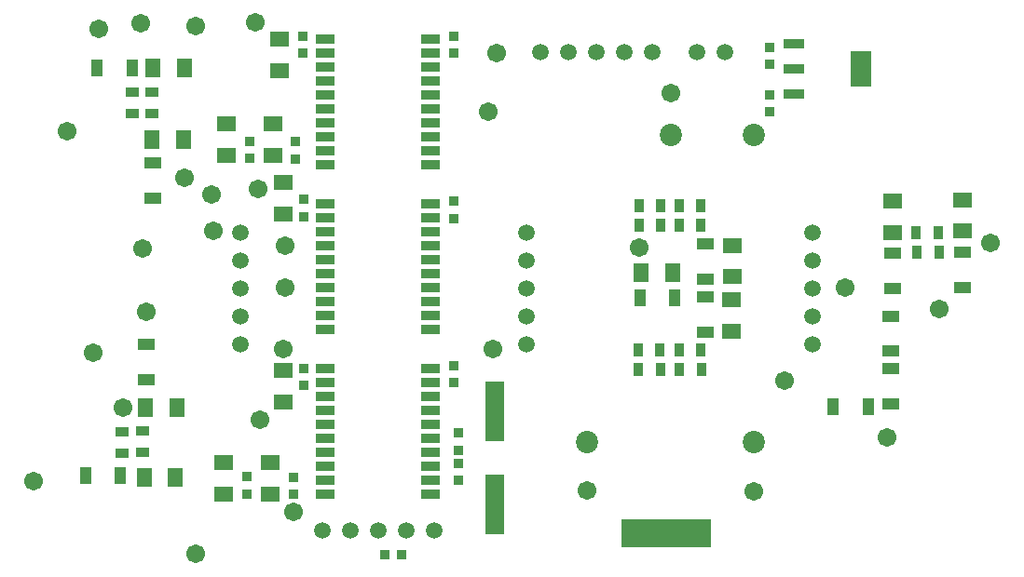
<source format=gbr>
%TF.GenerationSoftware,Altium Limited,Altium Designer,21.6.4 (81)*%
G04 Layer_Color=8388736*
%FSLAX43Y43*%
%MOMM*%
%TF.SameCoordinates,C39744A4-4465-455E-AB15-BAA165A4C254*%
%TF.FilePolarity,Negative*%
%TF.FileFunction,Soldermask,Top*%
%TF.Part,Single*%
G01*
G75*
%TA.AperFunction,NonConductor*%
%ADD33R,8.204X2.515*%
%TA.AperFunction,SMDPad,CuDef*%
%ADD34R,1.320X1.820*%
%ADD35R,1.620X1.020*%
%ADD36R,0.870X0.920*%
%ADD37R,1.280X0.830*%
%ADD38R,1.820X1.320*%
%ADD39R,1.020X1.620*%
%TA.AperFunction,ComponentPad*%
%ADD40C,1.703*%
%ADD41C,1.520*%
%ADD42C,2.020*%
%TA.AperFunction,SMDPad,CuDef*%
%ADD43R,0.920X0.870*%
%ADD44R,1.920X0.970*%
%ADD45R,1.920X3.270*%
%ADD46R,0.830X1.280*%
%ADD47R,1.820X0.820*%
%ADD48R,1.820X5.520*%
D33*
X61201Y3239D02*
D03*
D34*
X17413Y45534D02*
D03*
X14563D02*
D03*
X17341Y39021D02*
D03*
X14491D02*
D03*
X58951Y26899D02*
D03*
X61801D02*
D03*
X13888Y14663D02*
D03*
X16738D02*
D03*
X13786Y8287D02*
D03*
X16636D02*
D03*
D35*
X88162Y28811D02*
D03*
Y25611D02*
D03*
X13958Y20419D02*
D03*
Y17219D02*
D03*
X81787Y28702D02*
D03*
Y25502D02*
D03*
X14563Y36888D02*
D03*
Y33688D02*
D03*
X64785Y29513D02*
D03*
Y26313D02*
D03*
X64753Y21530D02*
D03*
Y24730D02*
D03*
X81596Y15021D02*
D03*
Y18221D02*
D03*
X81621Y19789D02*
D03*
Y22989D02*
D03*
D36*
X35623Y1245D02*
D03*
X37173D02*
D03*
D37*
X13646Y12574D02*
D03*
Y10574D02*
D03*
X11791Y10488D02*
D03*
Y12488D02*
D03*
X12741Y41374D02*
D03*
Y43374D02*
D03*
X14493D02*
D03*
Y41374D02*
D03*
D38*
X25241Y9620D02*
D03*
Y6770D02*
D03*
X88162Y30709D02*
D03*
Y33559D02*
D03*
X25477Y40449D02*
D03*
Y37599D02*
D03*
X20999Y6796D02*
D03*
Y9646D02*
D03*
X21269Y40472D02*
D03*
Y37622D02*
D03*
X26416Y35113D02*
D03*
Y32263D02*
D03*
X26122Y48153D02*
D03*
Y45303D02*
D03*
X26399Y18011D02*
D03*
Y15161D02*
D03*
X81787Y30582D02*
D03*
Y33432D02*
D03*
X67223Y29417D02*
D03*
Y26567D02*
D03*
X67192Y21603D02*
D03*
Y24453D02*
D03*
D39*
X58821Y24613D02*
D03*
X62021D02*
D03*
X11648Y8433D02*
D03*
X8448D02*
D03*
X9490Y45575D02*
D03*
X12690D02*
D03*
X76403Y14732D02*
D03*
X79603D02*
D03*
D40*
X13665Y29108D02*
D03*
X17457Y35595D02*
D03*
X20045Y30714D02*
D03*
X86065Y23618D02*
D03*
X77470Y25552D02*
D03*
X9149Y19666D02*
D03*
X13986Y23343D02*
D03*
X54010Y7090D02*
D03*
X61657Y43231D02*
D03*
X13503Y49608D02*
D03*
X6756Y39822D02*
D03*
X9703Y49078D02*
D03*
X18466Y49327D02*
D03*
X24130Y34544D02*
D03*
X19916Y34064D02*
D03*
X90678Y29632D02*
D03*
X71984Y17094D02*
D03*
X58741Y29253D02*
D03*
X26604Y25595D02*
D03*
X26441Y19990D02*
D03*
X45466D02*
D03*
X26619Y29405D02*
D03*
X23890Y49682D02*
D03*
X69164Y7071D02*
D03*
X3759Y7926D02*
D03*
X24302Y13558D02*
D03*
X18440Y1346D02*
D03*
X11862Y14667D02*
D03*
X27349Y5162D02*
D03*
X81331Y11968D02*
D03*
X45085Y41592D02*
D03*
X45796Y46952D02*
D03*
D41*
X22500Y25500D02*
D03*
Y30580D02*
D03*
Y28040D02*
D03*
Y22960D02*
D03*
Y20420D02*
D03*
X60000Y47000D02*
D03*
X57460D02*
D03*
X54920D02*
D03*
X52380D02*
D03*
X49840D02*
D03*
X66540D02*
D03*
X64000D02*
D03*
X40160Y3500D02*
D03*
X37620D02*
D03*
X35080D02*
D03*
X32540D02*
D03*
X30000D02*
D03*
X74500Y30580D02*
D03*
Y28040D02*
D03*
Y25500D02*
D03*
Y22960D02*
D03*
Y20420D02*
D03*
X48500Y20420D02*
D03*
Y22960D02*
D03*
Y25500D02*
D03*
Y28040D02*
D03*
Y30580D02*
D03*
D42*
X69210Y11500D02*
D03*
X54010D02*
D03*
X69210Y39500D02*
D03*
X61610D02*
D03*
D43*
X70587Y47409D02*
D03*
Y45859D02*
D03*
X70663Y41592D02*
D03*
Y43142D02*
D03*
X42360Y10796D02*
D03*
Y12346D02*
D03*
X27349Y6791D02*
D03*
Y8341D02*
D03*
X23133Y6801D02*
D03*
Y8351D02*
D03*
X41961Y16929D02*
D03*
Y18479D02*
D03*
X41891Y31864D02*
D03*
Y33414D02*
D03*
Y46903D02*
D03*
Y48453D02*
D03*
X27568Y38844D02*
D03*
Y37294D02*
D03*
X23377Y38869D02*
D03*
Y37319D02*
D03*
X28309Y33590D02*
D03*
Y32040D02*
D03*
X28194Y48453D02*
D03*
Y46903D02*
D03*
X28267Y18225D02*
D03*
Y16675D02*
D03*
X42360Y8026D02*
D03*
Y9576D02*
D03*
D44*
X72794Y47766D02*
D03*
Y45466D02*
D03*
Y43166D02*
D03*
D45*
X78894Y45466D02*
D03*
D46*
X64432Y18136D02*
D03*
X62432D02*
D03*
X60708D02*
D03*
X58708D02*
D03*
X62381Y19862D02*
D03*
X64381D02*
D03*
X58673D02*
D03*
X60673D02*
D03*
X58741Y33016D02*
D03*
X60741D02*
D03*
X85915Y30581D02*
D03*
X83915D02*
D03*
X84001Y28811D02*
D03*
X86001D02*
D03*
X58741Y31214D02*
D03*
X60741D02*
D03*
X62390Y31213D02*
D03*
X64390D02*
D03*
Y33017D02*
D03*
X62390D02*
D03*
D47*
X39800Y18215D02*
D03*
Y16945D02*
D03*
Y15675D02*
D03*
Y14405D02*
D03*
Y11865D02*
D03*
Y13135D02*
D03*
Y8055D02*
D03*
Y6785D02*
D03*
Y9325D02*
D03*
Y10595D02*
D03*
X30200Y18215D02*
D03*
Y16945D02*
D03*
Y15675D02*
D03*
Y14405D02*
D03*
Y11865D02*
D03*
Y13135D02*
D03*
Y8055D02*
D03*
Y6785D02*
D03*
Y9325D02*
D03*
Y10595D02*
D03*
X39800Y48215D02*
D03*
Y46945D02*
D03*
Y45675D02*
D03*
Y44405D02*
D03*
Y41865D02*
D03*
Y43135D02*
D03*
Y38055D02*
D03*
Y36785D02*
D03*
Y39325D02*
D03*
Y40595D02*
D03*
X30200Y48215D02*
D03*
Y46945D02*
D03*
Y45675D02*
D03*
Y44405D02*
D03*
Y41865D02*
D03*
Y43135D02*
D03*
Y38055D02*
D03*
Y36785D02*
D03*
Y39325D02*
D03*
Y40595D02*
D03*
Y25595D02*
D03*
Y24325D02*
D03*
Y21785D02*
D03*
Y23055D02*
D03*
Y28135D02*
D03*
Y26865D02*
D03*
Y29405D02*
D03*
Y30675D02*
D03*
Y31945D02*
D03*
Y33215D02*
D03*
X39800Y25595D02*
D03*
Y24325D02*
D03*
Y21785D02*
D03*
Y23055D02*
D03*
Y28135D02*
D03*
Y26865D02*
D03*
Y29405D02*
D03*
Y30675D02*
D03*
Y31945D02*
D03*
Y33215D02*
D03*
D48*
X45644Y14321D02*
D03*
X45644Y5821D02*
D03*
%TF.MD5,9aa5d8e3a54ca4925e0757840e96d3e6*%
M02*

</source>
